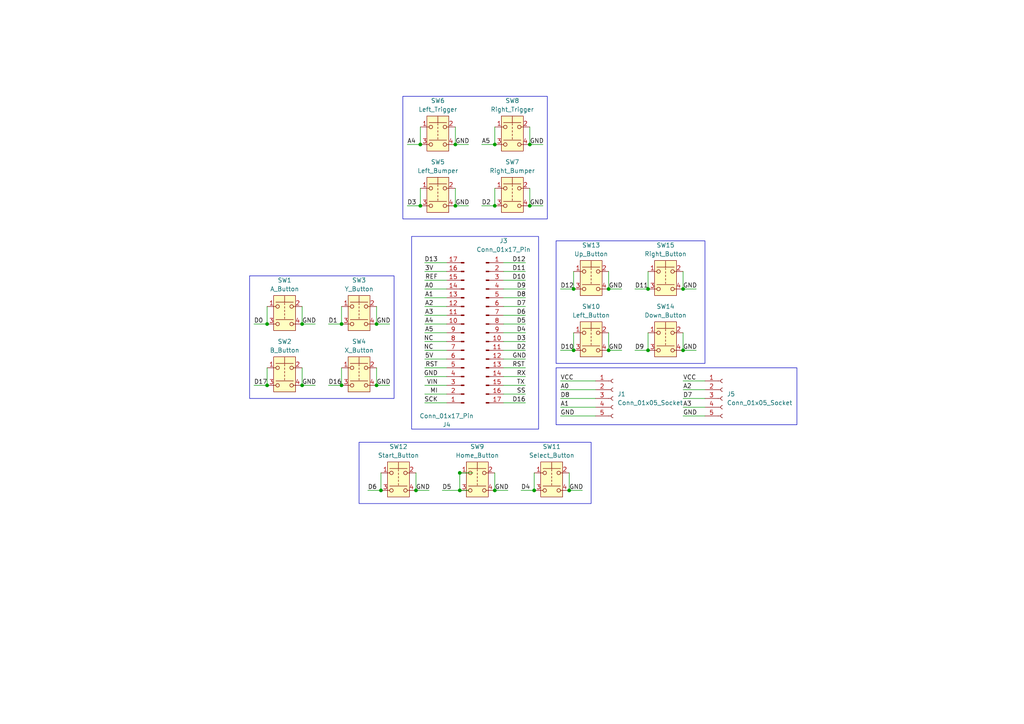
<source format=kicad_sch>
(kicad_sch (version 20231120) (generator "eeschema") (generator_version "8.0")
  (paper "A4")
  (lib_symbols
    (symbol "Connector:Conn_01x05_Socket" (pin_names (offset 1.016) hide)
      (property "Reference" "J" (at 0 7.62 0))
      (property "Value" "Conn_01x05_Socket" (at 0 -7.62 0))
      (symbol "Conn_01x05_Socket_1_1"
        (arc (start 0 -4.572) (mid -0.5058 -5.08) (end 0 -5.588) (stroke (width 0.1524)))
        (arc (start 0 -2.032) (mid -0.5058 -2.54) (end 0 -3.048) (stroke (width 0.1524)))
        (polyline (pts (xy -1.27 -5.08) (xy -0.508 -5.08)) (stroke (width 0.1524)))
        (polyline (pts (xy -1.27 -2.54) (xy -0.508 -2.54)) (stroke (width 0.1524)))
        (polyline (pts (xy -1.27 0) (xy -0.508 0)) (stroke (width 0.1524)))
        (polyline (pts (xy -1.27 2.54) (xy -0.508 2.54)) (stroke (width 0.1524)))
        (polyline (pts (xy -1.27 5.08) (xy -0.508 5.08)) (stroke (width 0.1524)))
        (arc (start 0 0.508) (mid -0.5058 0) (end 0 -0.508) (stroke (width 0.1524)))
        (arc (start 0 3.048) (mid -0.5058 2.54) (end 0 2.032) (stroke (width 0.1524)))
        (arc (start 0 5.588) (mid -0.5058 5.08) (end 0 4.572) (stroke (width 0.1524)))
        (pin passive line (at -5.08 5.08 0) (length 3.81) (name "Pin_1") (number "1"))
        (pin passive line (at -5.08 2.54 0) (length 3.81) (name "Pin_2") (number "2"))
        (pin passive line (at -5.08 0 0) (length 3.81) (name "Pin_3") (number "3"))
        (pin passive line (at -5.08 -2.54 0) (length 3.81) (name "Pin_4") (number "4"))
        (pin passive line (at -5.08 -5.08 0) (length 3.81) (name "Pin_5") (number "5"))
      )
    )
    (symbol "Connector:Conn_01x17_Pin" (pin_names (offset 1.016) hide)
      (property "Reference" "J" (at 0 22.86 0))
      (property "Value" "Conn_01x17_Pin" (at 0 -22.86 0))
      (symbol "Conn_01x17_Pin_1_1"
        (polyline (pts (xy 1.27 -20.32) (xy 0.8636 -20.32)) (stroke (width 0.1524)))
        (polyline (pts (xy 1.27 -17.78) (xy 0.8636 -17.78)) (stroke (width 0.1524)))
        (polyline (pts (xy 1.27 -15.24) (xy 0.8636 -15.24)) (stroke (width 0.1524)))
        (polyline (pts (xy 1.27 -12.7) (xy 0.8636 -12.7)) (stroke (width 0.1524)))
        (polyline (pts (xy 1.27 -10.16) (xy 0.8636 -10.16)) (stroke (width 0.1524)))
        (polyline (pts (xy 1.27 -7.62) (xy 0.8636 -7.62)) (stroke (width 0.1524)))
        (polyline (pts (xy 1.27 -5.08) (xy 0.8636 -5.08)) (stroke (width 0.1524)))
        (polyline (pts (xy 1.27 -2.54) (xy 0.8636 -2.54)) (stroke (width 0.1524)))
        (polyline (pts (xy 1.27 0) (xy 0.8636 0)) (stroke (width 0.1524)))
        (polyline (pts (xy 1.27 2.54) (xy 0.8636 2.54)) (stroke (width 0.1524)))
        (polyline (pts (xy 1.27 5.08) (xy 0.8636 5.08)) (stroke (width 0.1524)))
        (polyline (pts (xy 1.27 7.62) (xy 0.8636 7.62)) (stroke (width 0.1524)))
        (polyline (pts (xy 1.27 10.16) (xy 0.8636 10.16)) (stroke (width 0.1524)))
        (polyline (pts (xy 1.27 12.7) (xy 0.8636 12.7)) (stroke (width 0.1524)))
        (polyline (pts (xy 1.27 15.24) (xy 0.8636 15.24)) (stroke (width 0.1524)))
        (polyline (pts (xy 1.27 17.78) (xy 0.8636 17.78)) (stroke (width 0.1524)))
        (polyline (pts (xy 1.27 20.32) (xy 0.8636 20.32)) (stroke (width 0.1524)))
        (rectangle (start 0.8636 -20.193) (end 0 -20.447) (stroke (width 0.1524)) (fill (type outline)))
        (rectangle (start 0.8636 -17.653) (end 0 -17.907) (stroke (width 0.1524)) (fill (type outline)))
        (rectangle (start 0.8636 -15.113) (end 0 -15.367) (stroke (width 0.1524)) (fill (type outline)))
        (rectangle (start 0.8636 -12.573) (end 0 -12.827) (stroke (width 0.1524)) (fill (type outline)))
        (rectangle (start 0.8636 -10.033) (end 0 -10.287) (stroke (width 0.1524)) (fill (type outline)))
        (rectangle (start 0.8636 -7.493) (end 0 -7.747) (stroke (width 0.1524)) (fill (type outline)))
        (rectangle (start 0.8636 -4.953) (end 0 -5.207) (stroke (width 0.1524)) (fill (type outline)))
        (rectangle (start 0.8636 -2.413) (end 0 -2.667) (stroke (width 0.1524)) (fill (type outline)))
        (rectangle (start 0.8636 0.127) (end 0 -0.127) (stroke (width 0.1524)) (fill (type outline)))
        (rectangle (start 0.8636 2.667) (end 0 2.413) (stroke (width 0.1524)) (fill (type outline)))
        (rectangle (start 0.8636 5.207) (end 0 4.953) (stroke (width 0.1524)) (fill (type outline)))
        (rectangle (start 0.8636 7.747) (end 0 7.493) (stroke (width 0.1524)) (fill (type outline)))
        (rectangle (start 0.8636 10.287) (end 0 10.033) (stroke (width 0.1524)) (fill (type outline)))
        (rectangle (start 0.8636 12.827) (end 0 12.573) (stroke (width 0.1524)) (fill (type outline)))
        (rectangle (start 0.8636 15.367) (end 0 15.113) (stroke (width 0.1524)) (fill (type outline)))
        (rectangle (start 0.8636 17.907) (end 0 17.653) (stroke (width 0.1524)) (fill (type outline)))
        (rectangle (start 0.8636 20.447) (end 0 20.193) (stroke (width 0.1524)) (fill (type outline)))
        (pin passive line (at 5.08 20.32 180) (length 3.81) (name "Pin_1") (number "1"))
        (pin passive line (at 5.08 -2.54 180) (length 3.81) (name "Pin_10") (number "10"))
        (pin passive line (at 5.08 -5.08 180) (length 3.81) (name "Pin_11") (number "11"))
        (pin passive line (at 5.08 -7.62 180) (length 3.81) (name "Pin_12") (number "12"))
        (pin passive line (at 5.08 -10.16 180) (length 3.81) (name "Pin_13") (number "13"))
        (pin passive line (at 5.08 -12.7 180) (length 3.81) (name "Pin_14") (number "14"))
        (pin passive line (at 5.08 -15.24 180) (length 3.81) (name "Pin_15") (number "15"))
        (pin passive line (at 5.08 -17.78 180) (length 3.81) (name "Pin_16") (number "16"))
        (pin passive line (at 5.08 -20.32 180) (length 3.81) (name "Pin_17") (number "17"))
        (pin passive line (at 5.08 17.78 180) (length 3.81) (name "Pin_2") (number "2"))
        (pin passive line (at 5.08 15.24 180) (length 3.81) (name "Pin_3") (number "3"))
        (pin passive line (at 5.08 12.7 180) (length 3.81) (name "Pin_4") (number "4"))
        (pin passive line (at 5.08 10.16 180) (length 3.81) (name "Pin_5") (number "5"))
        (pin passive line (at 5.08 7.62 180) (length 3.81) (name "Pin_6") (number "6"))
        (pin passive line (at 5.08 5.08 180) (length 3.81) (name "Pin_7") (number "7"))
        (pin passive line (at 5.08 2.54 180) (length 3.81) (name "Pin_8") (number "8"))
        (pin passive line (at 5.08 0 180) (length 3.81) (name "Pin_9") (number "9"))
      )
    )
    (symbol "Switch:SW_Push_Dual" (pin_names (offset 1.016) hide)
      (property "Reference" "SW" (at 0 7.62 0))
      (property "Value" "SW_Push_Dual" (at 0 -6.35 0))
      (symbol "SW_Push_Dual_0_1"
        (circle (center -2.032 -2.54) (radius 0.508))
        (circle (center -2.032 2.54) (radius 0.508))
        (polyline (pts (xy 0 -0.508) (xy 0 -1.016)))
        (polyline (pts (xy 0 0.508) (xy 0 0)))
        (polyline (pts (xy 0 1.016) (xy 0 1.524)))
        (polyline (pts (xy 0 2.032) (xy 0 2.54)))
        (polyline (pts (xy 0 3.048) (xy 0 3.556)))
        (polyline (pts (xy 0 3.81) (xy 0 5.588)))
        (polyline (pts (xy 2.54 -1.27) (xy -2.54 -1.27)))
        (polyline (pts (xy 2.54 3.81) (xy -2.54 3.81)))
        (circle (center 2.032 -2.54) (radius 0.508))
        (circle (center 2.032 2.54) (radius 0.508))
        (pin passive line (at -5.08 2.54 0) (length 2.54) (name "1") (number "1"))
        (pin passive line (at 5.08 2.54 180) (length 2.54) (name "2") (number "2"))
        (pin passive line (at -5.08 -2.54 0) (length 2.54) (name "3") (number "3"))
        (pin passive line (at 5.08 -2.54 180) (length 2.54) (name "4") (number "4"))
      )
      (symbol "SW_Push_Dual_1_1"
        (rectangle (start -3.175 5.715) (end 3.175 -4.445) (fill (type background)))
      )
    )
  )
  (junction (at 120.65 142.24))
  (junction (at 176.53 101.6))
  (junction (at 165.1 142.24))
  (junction (at 166.37 101.6))
  (junction (at 166.37 83.82))
  (junction (at 176.53 83.82))
  (junction (at 77.47 93.98))
  (junction (at 109.22 111.76))
  (junction (at 153.67 59.69))
  (junction (at 187.96 83.82))
  (junction (at 198.12 83.82))
  (junction (at 187.96 101.6))
  (junction (at 198.12 101.6))
  (junction (at 109.22 93.98))
  (junction (at 153.67 41.91))
  (junction (at 87.63 111.76))
  (junction (at 133.35 137.16))
  (junction (at 143.51 59.69))
  (junction (at 87.63 93.98))
  (junction (at 121.92 59.69))
  (junction (at 143.51 41.91))
  (junction (at 110.49 142.24))
  (junction (at 121.92 41.91))
  (junction (at 132.08 59.69))
  (junction (at 99.06 93.98))
  (junction (at 132.08 41.91))
  (junction (at 143.51 142.24))
  (junction (at 154.94 142.24))
  (junction (at 133.35 142.24))
  (junction (at 77.47 111.76))
  (junction (at 99.06 111.76))
  (wire (pts (xy 95.25 111.76) (xy 99.06 111.76)))
  (wire (pts (xy 146.05 106.68) (xy 152.4 106.68)))
  (wire (pts (xy 146.05 88.9) (xy 152.4 88.9)))
  (wire (pts (xy 146.05 116.84) (xy 152.4 116.84)))
  (wire (pts (xy 87.63 106.68) (xy 87.63 111.76)))
  (wire (pts (xy 172.72 113.03) (xy 162.56 113.03)))
  (wire (pts (xy 143.51 142.24) (xy 147.32 142.24)))
  (wire (pts (xy 109.22 111.76) (xy 113.03 111.76)))
  (wire (pts (xy 123.19 78.74) (xy 129.54 78.74)))
  (wire (pts (xy 139.7 59.69) (xy 143.51 59.69)))
  (wire (pts (xy 146.05 101.6) (xy 152.4 101.6)))
  (wire (pts (xy 121.92 54.61) (xy 121.92 59.69)))
  (wire (pts (xy 123.19 86.36) (xy 129.54 86.36)))
  (wire (pts (xy 146.05 81.28) (xy 152.4 81.28)))
  (wire (pts (xy 198.12 115.57) (xy 204.47 115.57)))
  (wire (pts (xy 198.12 110.49) (xy 204.47 110.49)))
  (wire (pts (xy 123.19 106.68) (xy 129.54 106.68)))
  (wire (pts (xy 146.05 99.06) (xy 152.4 99.06)))
  (wire (pts (xy 162.56 83.82) (xy 166.37 83.82)))
  (wire (pts (xy 120.65 142.24) (xy 124.46 142.24)))
  (wire (pts (xy 198.12 118.11) (xy 204.47 118.11)))
  (wire (pts (xy 106.68 142.24) (xy 110.49 142.24)))
  (wire (pts (xy 73.66 93.98) (xy 77.47 93.98)))
  (wire (pts (xy 132.08 41.91) (xy 135.89 41.91)))
  (wire (pts (xy 162.56 101.6) (xy 166.37 101.6)))
  (wire (pts (xy 128.27 142.24) (xy 133.35 142.24)))
  (wire (pts (xy 123.19 111.76) (xy 129.54 111.76)))
  (wire (pts (xy 87.63 88.9) (xy 87.63 93.98)))
  (wire (pts (xy 132.08 54.61) (xy 132.08 59.69)))
  (wire (pts (xy 129.54 104.14) (xy 123.19 104.14)))
  (wire (pts (xy 77.47 88.9) (xy 77.47 93.98)))
  (wire (pts (xy 129.54 93.98) (xy 123.19 93.98)))
  (wire (pts (xy 129.54 99.06) (xy 123.19 99.06)))
  (wire (pts (xy 187.96 96.52) (xy 187.96 101.6)))
  (wire (pts (xy 129.54 116.84) (xy 123.19 116.84)))
  (wire (pts (xy 129.54 96.52) (xy 123.19 96.52)))
  (wire (pts (xy 198.12 101.6) (xy 201.93 101.6)))
  (wire (pts (xy 118.11 59.69) (xy 121.92 59.69)))
  (wire (pts (xy 198.12 113.03) (xy 204.47 113.03)))
  (wire (pts (xy 129.54 114.3) (xy 123.19 114.3)))
  (wire (pts (xy 153.67 36.83) (xy 153.67 41.91)))
  (wire (pts (xy 132.08 36.83) (xy 132.08 41.91)))
  (wire (pts (xy 143.51 54.61) (xy 143.51 59.69)))
  (wire (pts (xy 153.67 59.69) (xy 157.48 59.69)))
  (wire (pts (xy 146.05 91.44) (xy 152.4 91.44)))
  (wire (pts (xy 165.1 137.16) (xy 165.1 142.24)))
  (wire (pts (xy 123.19 109.22) (xy 129.54 109.22)))
  (wire (pts (xy 87.63 93.98) (xy 91.44 93.98)))
  (wire (pts (xy 109.22 106.68) (xy 109.22 111.76)))
  (wire (pts (xy 77.47 106.68) (xy 77.47 111.76)))
  (wire (pts (xy 129.54 101.6) (xy 123.19 101.6)))
  (wire (pts (xy 129.54 83.82) (xy 123.19 83.82)))
  (wire (pts (xy 176.53 101.6) (xy 180.34 101.6)))
  (wire (pts (xy 146.05 83.82) (xy 152.4 83.82)))
  (wire (pts (xy 137.16 137.16) (xy 133.35 137.16)))
  (wire (pts (xy 120.65 137.16) (xy 120.65 142.24)))
  (wire (pts (xy 118.11 41.91) (xy 121.92 41.91)))
  (wire (pts (xy 176.53 96.52) (xy 176.53 101.6)))
  (wire (pts (xy 146.05 76.2) (xy 152.4 76.2)))
  (wire (pts (xy 143.51 137.16) (xy 143.51 142.24)))
  (wire (pts (xy 95.25 93.98) (xy 99.06 93.98)))
  (wire (pts (xy 121.92 36.83) (xy 121.92 41.91)))
  (wire (pts (xy 123.19 81.28) (xy 129.54 81.28)))
  (wire (pts (xy 153.67 54.61) (xy 153.67 59.69)))
  (wire (pts (xy 172.72 115.57) (xy 162.56 115.57)))
  (wire (pts (xy 184.15 83.82) (xy 187.96 83.82)))
  (wire (pts (xy 87.63 111.76) (xy 91.44 111.76)))
  (wire (pts (xy 139.7 41.91) (xy 143.51 41.91)))
  (wire (pts (xy 73.66 111.76) (xy 77.47 111.76)))
  (wire (pts (xy 166.37 78.74) (xy 166.37 83.82)))
  (wire (pts (xy 133.35 137.16) (xy 133.35 142.24)))
  (wire (pts (xy 165.1 142.24) (xy 168.91 142.24)))
  (wire (pts (xy 99.06 88.9) (xy 99.06 93.98)))
  (wire (pts (xy 198.12 78.74) (xy 198.12 83.82)))
  (wire (pts (xy 166.37 96.52) (xy 166.37 101.6)))
  (wire (pts (xy 172.72 120.65) (xy 162.56 120.65)))
  (wire (pts (xy 132.08 59.69) (xy 135.89 59.69)))
  (wire (pts (xy 123.19 88.9) (xy 129.54 88.9)))
  (wire (pts (xy 146.05 93.98) (xy 152.4 93.98)))
  (wire (pts (xy 146.05 114.3) (xy 152.4 114.3)))
  (wire (pts (xy 109.22 93.98) (xy 113.03 93.98)))
  (wire (pts (xy 133.35 142.24) (xy 135.89 142.24)))
  (wire (pts (xy 109.22 88.9) (xy 109.22 93.98)))
  (wire (pts (xy 143.51 36.83) (xy 143.51 41.91)))
  (wire (pts (xy 198.12 96.52) (xy 198.12 101.6)))
  (wire (pts (xy 146.05 96.52) (xy 152.4 96.52)))
  (wire (pts (xy 176.53 78.74) (xy 176.53 83.82)))
  (wire (pts (xy 153.67 41.91) (xy 157.48 41.91)))
  (wire (pts (xy 172.72 110.49) (xy 162.56 110.49)))
  (wire (pts (xy 99.06 106.68) (xy 99.06 111.76)))
  (wire (pts (xy 198.12 120.65) (xy 204.47 120.65)))
  (wire (pts (xy 146.05 104.14) (xy 152.4 104.14)))
  (wire (pts (xy 129.54 76.2) (xy 123.19 76.2)))
  (wire (pts (xy 184.15 101.6) (xy 187.96 101.6)))
  (wire (pts (xy 146.05 109.22) (xy 152.4 109.22)))
  (wire (pts (xy 146.05 78.74) (xy 152.4 78.74)))
  (wire (pts (xy 110.49 137.16) (xy 110.49 142.24)))
  (wire (pts (xy 154.94 137.16) (xy 154.94 142.24)))
  (wire (pts (xy 198.12 83.82) (xy 201.93 83.82)))
  (wire (pts (xy 172.72 118.11) (xy 162.56 118.11)))
  (wire (pts (xy 146.05 111.76) (xy 152.4 111.76)))
  (wire (pts (xy 176.53 83.82) (xy 180.34 83.82)))
  (wire (pts (xy 129.54 91.44) (xy 123.19 91.44)))
  (wire (pts (xy 187.96 78.74) (xy 187.96 83.82)))
  (wire (pts (xy 151.13 142.24) (xy 154.94 142.24)))
  (wire (pts (xy 146.05 86.36) (xy 152.4 86.36)))
  (rectangle (start 119.38 68.58) (end 156.21 124.46))
  (rectangle (start 116.84 27.94) (end 158.75 63.5))
  (rectangle (start 161.29 69.85) (end 204.47 105.41))
  (rectangle (start 104.14 128.27) (end 171.45 146.05))
  (rectangle (start 72.39 80.01) (end 114.3 115.57))
  (rectangle (start 161.29 106.68) (end 231.14 123.19))
  (label "D16" (at 95.25 111.76 0))
  (label "5V" (at 125.73 104.14 180))
  (label "D5" (at 128.27 142.24 0))
  (label "D2" (at 139.7 59.69 0))
  (label "D0" (at 73.66 93.98 0))
  (label "D17" (at 73.66 111.76 0))
  (label "TX" (at 149.86 111.76 0))
  (label "D10" (at 148.59 81.28 0))
  (label "D7" (at 198.12 115.57 0))
  (label "VCC" (at 198.12 110.49 0))
  (label "GND" (at 120.65 142.24 0))
  (label "VCC" (at 162.56 110.49 0))
  (label "GND" (at 162.56 120.65 0))
  (label "RST" (at 148.59 106.68 0))
  (label "D6" (at 149.86 91.44 0))
  (label "A3" (at 198.12 118.11 0))
  (label "RX" (at 149.86 109.22 0))
  (label "A2" (at 198.12 113.03 0))
  (label "NC" (at 125.73 101.6 180))
  (label "GND" (at 132.08 59.69 0))
  (label "GND" (at 165.1 142.24 0))
  (label "GND" (at 109.22 93.98 0))
  (label "D6" (at 106.68 142.24 0))
  (label "3V" (at 125.73 78.74 180))
  (label "A5" (at 139.7 41.91 0))
  (label "MI" (at 127 114.3 180))
  (label "GND" (at 109.22 111.76 0))
  (label "GND" (at 148.59 104.14 0))
  (label "A0" (at 125.73 83.82 180))
  (label "A1" (at 125.73 86.36 180))
  (label "A5" (at 125.73 96.52 180))
  (label "D2" (at 149.86 101.6 0))
  (label "GND" (at 176.53 83.82 0))
  (label "D3" (at 149.86 99.06 0))
  (label "GND" (at 176.53 101.6 0))
  (label "D10" (at 162.56 101.6 0))
  (label "D12" (at 162.56 83.82 0))
  (label "GND" (at 87.63 111.76 0))
  (label "VIN" (at 127 111.76 180))
  (label "D7" (at 149.86 88.9 0))
  (label "A4" (at 118.11 41.91 0))
  (label "D13" (at 127 76.2 180))
  (label "REF" (at 127 81.28 180))
  (label "GND" (at 143.51 142.24 0))
  (label "GND" (at 127 109.22 180))
  (label "GND" (at 198.12 101.6 0))
  (label "A4" (at 125.73 93.98 180))
  (label "GND" (at 87.63 93.98 0))
  (label "D5" (at 149.86 93.98 0))
  (label "GND" (at 132.08 41.91 0))
  (label "A3" (at 125.73 91.44 180))
  (label "D1" (at 95.25 93.98 0))
  (label "RST" (at 127 106.68 180))
  (label "GND" (at 153.67 41.91 0))
  (label "D8" (at 149.86 86.36 0))
  (label "D9" (at 149.86 83.82 0))
  (label "D16" (at 148.59 116.84 0))
  (label "D3" (at 118.11 59.69 0))
  (label "D12" (at 148.59 76.2 0))
  (label "D8" (at 162.56 115.57 0))
  (label "A1" (at 162.56 118.11 0))
  (label "SCK" (at 127 116.84 180))
  (label "A2" (at 125.73 88.9 180))
  (label "GND" (at 198.12 120.65 0))
  (label "SS" (at 149.86 114.3 0))
  (label "D4" (at 151.13 142.24 0))
  (label "D4" (at 149.86 96.52 0))
  (label "D9" (at 184.15 101.6 0))
  (label "GND" (at 153.67 59.69 0))
  (label "D11" (at 148.59 78.74 0))
  (label "NC" (at 125.73 99.06 180))
  (label "A0" (at 162.56 113.03 0))
  (label "GND" (at 198.12 83.82 0))
  (label "D11" (at 184.15 83.82 0))
  (symbol (lib_id "Connector:Conn_01x17_Pin") (at 140.97 96.52 0) (unit 1)
    (property "Reference" "J3" (at 146.05 69.85 0))
    (property "Value" "Conn_01x17_Pin" (at 146.05 72.39 0))
    (property "Footprint" "Connector_PinSocket_2.54mm:PinSocket_1x17_P2.54mm_Vertical" (effects (hide yes)))
  )
  (symbol (lib_id "Connector:Conn_01x05_Socket") (at 209.55 115.57 0) (unit 1)
    (property "Reference" "J5" (at 210.82 114.3 0) (effects (justify left)))
    (property "Value" "Conn_01x05_Socket" (at 210.82 116.84 0) (effects (justify left)))
  )
  (symbol (lib_id "Connector:Conn_01x05_Socket") (at 177.8 115.57 0) (unit 1)
    (property "Reference" "J1" (at 179.07 114.3 0) (effects (justify left)))
    (property "Value" "Conn_01x05_Socket" (at 179.07 116.84 0) (effects (justify left)))
  )
  (symbol (lib_id "Switch:SW_Push_Dual") (at 171.45 81.28 0) (unit 1)
    (property "Reference" "SW13" (at 171.45 71.12 0))
    (property "Value" "Up_Button" (at 171.45 73.66 0))
    (property "Footprint" "Button_Switch_THT:Push_E-Switch_KS01Q01" (effects (hide yes)))
  )
  (symbol (lib_id "Switch:SW_Push_Dual") (at 193.04 99.06 0) (unit 1)
    (property "Reference" "SW14" (at 193.04 88.9 0))
    (property "Value" "Down_Button" (at 193.04 91.44 0))
    (property "Footprint" "Button_Switch_THT:Push_E-Switch_KS01Q01" (effects (hide yes)))
  )
  (symbol (lib_id "Switch:SW_Push_Dual") (at 138.43 139.7 0) (unit 1)
    (property "Reference" "SW9" (at 138.43 129.54 0))
    (property "Value" "Home_Button" (at 138.43 132.08 0))
    (property "Footprint" "Button_Switch_THT:Push_E-Switch_KS01Q01" (effects (hide yes)))
  )
  (symbol (lib_id "Switch:SW_Push_Dual") (at 171.45 99.06 0) (unit 1)
    (property "Reference" "SW10" (at 171.45 88.9 0))
    (property "Value" "Left_Button" (at 171.45 91.44 0))
    (property "Footprint" "Button_Switch_THT:Push_E-Switch_KS01Q01" (effects (hide yes)))
  )
  (symbol (lib_id "Switch:SW_Push_Dual") (at 127 57.15 0) (unit 1)
    (property "Reference" "SW5" (at 127 46.99 0))
    (property "Value" "Left_Bumper" (at 127 49.53 0))
    (property "Footprint" "Button_Switch_THT:Push_E-Switch_KS01Q01" (effects (hide yes)))
  )
  (symbol (lib_id "Connector:Conn_01x17_Pin") (at 134.62 96.52 180) (unit 1)
    (property "Reference" "J4" (at 129.54 123.19 0))
    (property "Value" "Conn_01x17_Pin" (at 129.54 120.65 0))
    (property "Footprint" "Connector_PinSocket_2.54mm:PinSocket_1x17_P2.54mm_Vertical" (effects (hide yes)))
  )
  (symbol (lib_id "Switch:SW_Push_Dual") (at 127 39.37 0) (unit 1)
    (property "Reference" "SW6" (at 127 29.21 0))
    (property "Value" "Left_Trigger" (at 127 31.75 0))
    (property "Footprint" "Button_Switch_THT:Push_E-Switch_KS01Q01" (effects (hide yes)))
  )
  (symbol (lib_id "Switch:SW_Push_Dual") (at 82.55 91.44 0) (unit 1)
    (property "Reference" "SW1" (at 82.55 81.28 0))
    (property "Value" "A_Button" (at 82.55 83.82 0))
    (property "Footprint" "Button_Switch_THT:Push_E-Switch_KS01Q01" (effects (hide yes)))
  )
  (symbol (lib_id "Switch:SW_Push_Dual") (at 148.59 39.37 0) (unit 1)
    (property "Reference" "SW8" (at 148.59 29.21 0))
    (property "Value" "Right_Trigger" (at 148.59 31.75 0))
    (property "Footprint" "Button_Switch_THT:Push_E-Switch_KS01Q01" (effects (hide yes)))
  )
  (symbol (lib_id "Switch:SW_Push_Dual") (at 148.59 57.15 0) (unit 1)
    (property "Reference" "SW7" (at 148.59 46.99 0))
    (property "Value" "Right_Bumper" (at 148.59 49.53 0))
    (property "Footprint" "Button_Switch_THT:Push_E-Switch_KS01Q01" (effects (hide yes)))
  )
  (symbol (lib_id "Switch:SW_Push_Dual") (at 82.55 109.22 0) (unit 1)
    (property "Reference" "SW2" (at 82.55 99.06 0))
    (property "Value" "B_Button" (at 82.55 101.6 0))
    (property "Footprint" "Button_Switch_THT:Push_E-Switch_KS01Q01" (effects (hide yes)))
  )
  (symbol (lib_id "Switch:SW_Push_Dual") (at 160.02 139.7 0) (unit 1)
    (property "Reference" "SW11" (at 160.02 129.54 0))
    (property "Value" "Select_Button" (at 160.02 132.08 0))
    (property "Footprint" "Button_Switch_THT:Push_E-Switch_KS01Q01" (effects (hide yes)))
  )
  (symbol (lib_id "Switch:SW_Push_Dual") (at 104.14 109.22 0) (unit 1)
    (property "Reference" "SW4" (at 104.14 99.06 0))
    (property "Value" "X_Button" (at 104.14 101.6 0))
    (property "Footprint" "Button_Switch_THT:Push_E-Switch_KS01Q01" (effects (hide yes)))
  )
  (symbol (lib_id "Switch:SW_Push_Dual") (at 104.14 91.44 0) (unit 1)
    (property "Reference" "SW3" (at 104.14 81.28 0))
    (property "Value" "Y_Button" (at 104.14 83.82 0))
    (property "Footprint" "Button_Switch_THT:Push_E-Switch_KS01Q01" (effects (hide yes)))
  )
  (symbol (lib_id "Switch:SW_Push_Dual") (at 193.04 81.28 0) (unit 1)
    (property "Reference" "SW15" (at 193.04 71.12 0))
    (property "Value" "Right_Button" (at 193.04 73.66 0))
    (property "Footprint" "Button_Switch_THT:Push_E-Switch_KS01Q01" (effects (hide yes)))
  )
  (symbol (lib_id "Switch:SW_Push_Dual") (at 115.57 139.7 0) (unit 1)
    (property "Reference" "SW12" (at 115.57 129.54 0))
    (property "Value" "Start_Button" (at 115.57 132.08 0))
    (property "Footprint" "Button_Switch_THT:Push_E-Switch_KS01Q01" (effects (hide yes)))
  )
)
</source>
